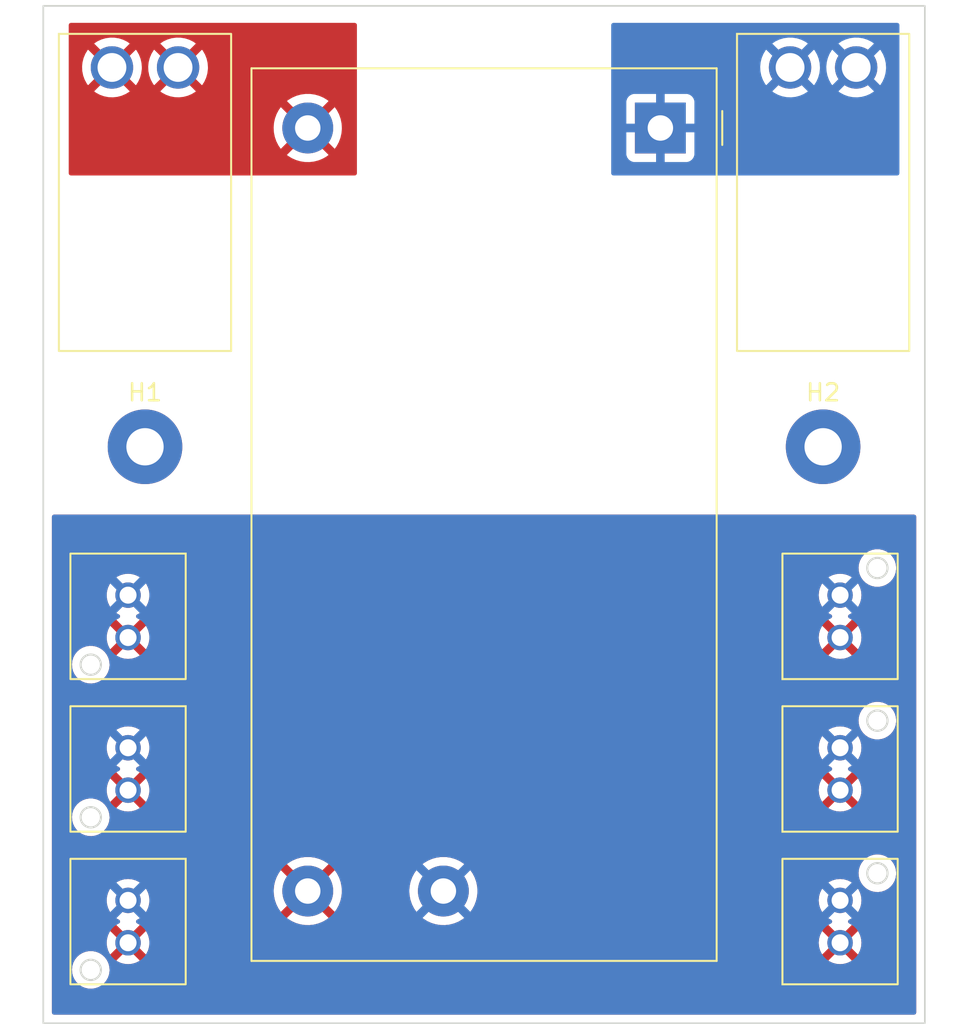
<source format=kicad_pcb>
(kicad_pcb (version 20211014) (generator pcbnew)
  (title_block (title "Keeb Power") (date "2022-11-26") (rev "1") (company "Diego Covarrubias"))
  (layers (0 "F.Cu" power) (31 "B.Cu" power) (34 "B.Paste" user) (35 "F.Paste" user) (36 "B.SilkS" user "B.Silkscreen") (37 "F.SilkS" user "F.Silkscreen") (38 "B.Mask" user) (39 "F.Mask" user) (44 "Edge.Cuts" user))
  (net 0 "")
  (net 1 "AC_N")
  (net 2 "AC_L")
  (net 3 "5V")
  (net 4 "GND")
  (footprint "klib:MOLEX_533750210-Mini-Lock-2Pin-Through-Hole" (layer "F.Cu") (at 146 115 90)
    (fp_text reference "J7")
    (fp_text value "Conn_01x02")
    (fp_rect (start -3.7 -3.4) (end 3.7 3.4) (layer "F.SilkS") (width 0.12) (fill none))
    (fp_circle (center 2.85 2.2) (end 3.45 2.2) (layer "Edge.Cuts") (width 0.12) (fill none))
    (pad "1" thru_hole circle (at -1.25 0 90) (size 1.5 1.5) (drill 1) (layers *.Cu *.Mask) (net 4 "GND"))
    (pad "2" thru_hole circle (at 1.25 0 90) (size 1.5 1.5) (drill 1) (layers *.Cu *.Mask) (net 3 "5V"))
  )
  (footprint "klib:MOLEX_533750210-Mini-Lock-2Pin-Through-Hole" (layer "F.Cu") (at 146 106 90)
    (fp_text reference "J6")
    (fp_text value "Conn_01x02")
    (fp_rect (start -3.7 -3.4) (end 3.7 3.4) (layer "F.SilkS") (width 0.12) (fill none))
    (fp_circle (center 2.85 2.2) (end 3.45 2.2) (layer "Edge.Cuts") (width 0.12) (fill none))
    (pad "1" thru_hole circle (at -1.25 0 90) (size 1.5 1.5) (drill 1) (layers *.Cu *.Mask) (net 4 "GND"))
    (pad "2" thru_hole circle (at 1.25 0 90) (size 1.5 1.5) (drill 1) (layers *.Cu *.Mask) (net 3 "5V"))
  )
  (footprint "klib:MOLEX_533750210-Mini-Lock-2Pin-Through-Hole" (layer "F.Cu") (at 146 124 90)
    (fp_text reference "J8")
    (fp_text value "Conn_01x02")
    (fp_rect (start -3.7 -3.4) (end 3.7 3.4) (layer "F.SilkS") (width 0.12) (fill none))
    (fp_circle (center 2.85 2.2) (end 3.45 2.2) (layer "Edge.Cuts") (width 0.12) (fill none))
    (pad "1" thru_hole circle (at -1.25 0 90) (size 1.5 1.5) (drill 1) (layers *.Cu *.Mask) (net 4 "GND"))
    (pad "2" thru_hole circle (at 1.25 0 90) (size 1.5 1.5) (drill 1) (layers *.Cu *.Mask) (net 3 "5V"))
  )
  (footprint "klib:DORABO_DB136HA-10.16-1P" (layer "F.Cu") (at 145 81)
    (fp_text reference "J1")
    (fp_text value "Screw_Terminal_01x01")
    (fp_rect (start -5.08 -9.35) (end 5.08 9.35) (layer "F.SilkS") (width 0.12) (fill none))
    (pad "1" thru_hole circle (at 1.95 -7.37) (size 2.5 2.5) (drill 1.7) (layers *.Cu *.Mask) (net 2 "AC_L"))
    (pad "1" thru_hole circle (at -1.95 -7.37) (size 2.5 2.5) (drill 1.7) (layers *.Cu *.Mask) (net 2 "AC_L"))
  )
  (footprint "klib:MOLEX_533750210-Mini-Lock-2Pin-Through-Hole" (layer "F.Cu") (at 104 124 -90)
    (fp_text reference "J5")
    (fp_text value "Conn_01x02")
    (fp_rect (start -3.7 -3.4) (end 3.7 3.4) (layer "F.SilkS") (width 0.12) (fill none))
    (fp_circle (center 2.85 2.2) (end 3.45 2.2) (layer "Edge.Cuts") (width 0.12) (fill none))
    (pad "1" thru_hole circle (at -1.25 0 270) (size 1.5 1.5) (drill 1) (layers *.Cu *.Mask) (net 3 "5V"))
    (pad "2" thru_hole circle (at 1.25 0 270) (size 1.5 1.5) (drill 1) (layers *.Cu *.Mask) (net 4 "GND"))
  )
  (footprint "klib:MOLEX_533750210-Mini-Lock-2Pin-Through-Hole" (layer "F.Cu") (at 104 115 -90)
    (fp_text reference "J4")
    (fp_text value "Conn_01x02")
    (fp_rect (start -3.7 -3.4) (end 3.7 3.4) (layer "F.SilkS") (width 0.12) (fill none))
    (fp_circle (center 2.85 2.2) (end 3.45 2.2) (layer "Edge.Cuts") (width 0.12) (fill none))
    (pad "1" thru_hole circle (at -1.25 0 270) (size 1.5 1.5) (drill 1) (layers *.Cu *.Mask) (net 3 "5V"))
    (pad "2" thru_hole circle (at 1.25 0 270) (size 1.5 1.5) (drill 1) (layers *.Cu *.Mask) (net 4 "GND"))
  )
  (footprint "klib:MOLEX_533750210-Mini-Lock-2Pin-Through-Hole" (layer "F.Cu") (at 104 106 -90)
    (fp_text reference "J3")
    (fp_text value "Conn_01x02")
    (fp_rect (start -3.7 -3.4) (end 3.7 3.4) (layer "F.SilkS") (width 0.12) (fill none))
    (fp_circle (center 2.85 2.2) (end 3.45 2.2) (layer "Edge.Cuts") (width 0.12) (fill none))
    (pad "1" thru_hole circle (at -1.25 0 270) (size 1.5 1.5) (drill 1) (layers *.Cu *.Mask) (net 3 "5V"))
    (pad "2" thru_hole circle (at 1.25 0 270) (size 1.5 1.5) (drill 1) (layers *.Cu *.Mask) (net 4 "GND"))
  )
  (footprint "MountingHole:MountingHole_2.2mm_M2_Pad" (layer "F.Cu") (at 145 96)
    (fp_text reference "H2" (at 0 -3.2) (layer "F.SilkS"))
    (fp_text value "MountingHole")
    (pad "1" thru_hole circle (at 0 0) (size 4.4 4.4) (drill 2.2) (layers *.Cu *.Mask))
  )
  (footprint "Converter_ACDC:Converter_ACDC_MeanWell_IRM-20-xx_THT" (layer "F.Cu") (at 135.4 77.2 -90)
    (fp_text reference "PS1")
    (fp_text value "IRM-20-5")
    (fp_line (start -3.52 -3.32) (end -3.52 24.12) (layer "F.SilkS") (width 0.12))
    (fp_line (start -3.52 -3.32) (end 49.12 -3.32) (layer "F.SilkS") (width 0.12))
    (fp_line (start -3.52 24.12) (end 49.12 24.12) (layer "F.SilkS") (width 0.12))
    (fp_line (start 1 -3.65) (end -1 -3.65) (layer "F.SilkS") (width 0.12))
    (fp_line (start 49.12 -3.32) (end 49.12 24.12) (layer "F.SilkS") (width 0.12))
    (pad "1" thru_hole rect (at 0 0 270) (size 3 3) (drill 1.5) (layers *.Cu *.Mask) (net 2 "AC_L"))
    (pad "2" thru_hole circle (at 0 20.8 270) (size 3 3) (drill 1.5) (layers *.Cu *.Mask) (net 1 "AC_N"))
    (pad "3" thru_hole circle (at 45 20.8 270) (size 3 3) (drill 1.5) (layers *.Cu *.Mask) (net 4 "GND"))
    (pad "4" thru_hole circle (at 45 12.8 270) (size 3 3) (drill 1.5) (layers *.Cu *.Mask) (net 3 "5V"))
  )
  (footprint "klib:DORABO_DB136HA-10.16-1P" (layer "F.Cu") (at 105 81)
    (fp_text reference "J2")
    (fp_text value "Screw_Terminal_01x01")
    (fp_rect (start -5.08 -9.35) (end 5.08 9.35) (layer "F.SilkS") (width 0.12) (fill none))
    (pad "1" thru_hole circle (at 1.95 -7.37) (size 2.5 2.5) (drill 1.7) (layers *.Cu *.Mask) (net 1 "AC_N"))
    (pad "1" thru_hole circle (at -1.95 -7.37) (size 2.5 2.5) (drill 1.7) (layers *.Cu *.Mask) (net 1 "AC_N"))
  )
  (footprint "MountingHole:MountingHole_2.2mm_M2_Pad" (layer "F.Cu") (at 105 96)
    (fp_text reference "H1" (at 0 -3.2) (layer "F.SilkS"))
    (fp_text value "MountingHole")
    (pad "1" thru_hole circle (at 0 0) (size 4.4 4.4) (drill 2.2) (layers *.Cu *.Mask))
  )
  (gr_rect (start 99 70) (end 151 130) (layer "Edge.Cuts") (width 0.1) (fill none))
  (zone (net 1) (net_name "AC_N") (layer "F.Cu") (connect_pads (clearance 0.508)) (min_thickness 0.254) (fill yes (thermal_gap 0.508) (thermal_bridge_width 0.508))
    (polygon (pts (xy 117.5 80) (xy 100.5 80) (xy 100.5 71) (xy 117.5 71)))
  )
  (zone (net 4) (net_name "GND") (layer "F.Cu") (connect_pads (clearance 0.508)) (min_thickness 0.254) (fill yes (thermal_gap 0.508) (thermal_bridge_width 0.508))
    (polygon (pts (xy 151 130) (xy 99 130) (xy 99 100) (xy 151 100)))
  )
  (zone (net 3) (net_name "5V") (layer "B.Cu") (connect_pads (clearance 0.508)) (min_thickness 0.254) (fill yes (thermal_gap 0.508) (thermal_bridge_width 0.508))
    (polygon (pts (xy 151 130) (xy 99 130) (xy 99 100) (xy 151 100)))
  )
  (zone (net 2) (net_name "AC_L") (layer "B.Cu") (connect_pads (clearance 0.508)) (min_thickness 0.254) (fill yes (thermal_gap 0.508) (thermal_bridge_width 0.508))
    (polygon (pts (xy 149.5 80) (xy 132.5 80) (xy 132.5 71) (xy 149.5 71)))
  )
)
</source>
